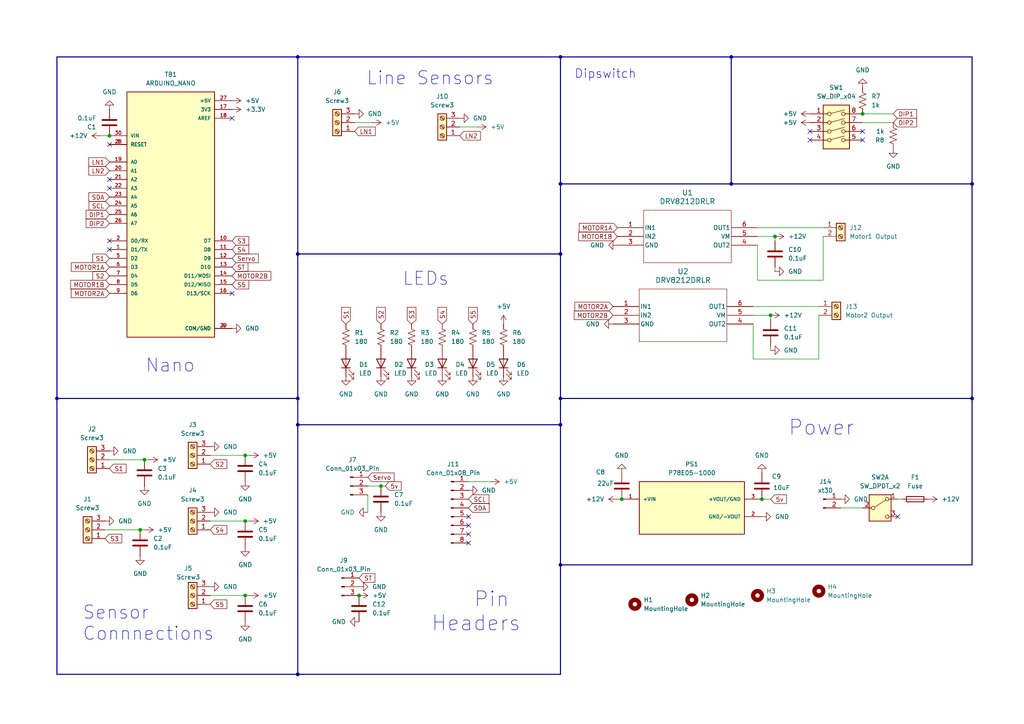
<source format=kicad_sch>
(kicad_sch (version 20231120) (generator "eeschema") (generator_version "8.0")
  (paper "A4")
  (lib_symbols
    (symbol "ARDUINO_NANO[1]:ARDUINO_NANO" (pin_names (offset 1.016))
      (property "Reference" "TB" (at -12.7 35.56 0))
      (property "Value" "ARDUINO_NANO" (at -12.7 -38.1 0))
      (symbol "ARDUINO_NANO_0_0"
        (pin bidirectional line (at -17.78 -10.16 0) (length 5.08) (name "D1/TX") (number "1"))
        (pin bidirectional line (at 17.78 -7.62 180) (length 5.08) (name "D7") (number "10"))
        (pin bidirectional line (at 17.78 -10.16 180) (length 5.08) (name "D8") (number "11"))
        (pin bidirectional line (at 17.78 -12.7 180) (length 5.08) (name "D9") (number "12"))
        (pin bidirectional line (at 17.78 -15.24 180) (length 5.08) (name "D10") (number "13"))
        (pin bidirectional line (at 17.78 -17.78 180) (length 5.08) (name "D11/MOSI") (number "14"))
        (pin bidirectional line (at 17.78 -20.32 180) (length 5.08) (name "D12/MISO") (number "15"))
        (pin bidirectional line (at 17.78 -22.86 180) (length 5.08) (name "D13/SCK") (number "16"))
        (pin power_in line (at 17.78 30.48 180) (length 5.08) (name "3V3") (number "17"))
        (pin power_in line (at 17.78 27.94 180) (length 5.08) (name "AREF") (number "18"))
        (pin input line (at -17.78 15.24 0) (length 5.08) (name "A0") (number "19"))
        (pin bidirectional line (at -17.78 -7.62 0) (length 5.08) (name "D0/RX") (number "2"))
        (pin input line (at -17.78 12.7 0) (length 5.08) (name "A1") (number "20"))
        (pin input line (at -17.78 10.16 0) (length 5.08) (name "A2") (number "21"))
        (pin input line (at -17.78 7.62 0) (length 5.08) (name "A3") (number "22"))
        (pin input line (at -17.78 5.08 0) (length 5.08) (name "A4") (number "23"))
        (pin input line (at -17.78 2.54 0) (length 5.08) (name "A5") (number "24"))
        (pin input line (at -17.78 0 0) (length 5.08) (name "A6") (number "25"))
        (pin input line (at -17.78 -2.54 0) (length 5.08) (name "A7") (number "26"))
        (pin power_in line (at 17.78 33.02 180) (length 5.08) (name "+5V") (number "27"))
        (pin input line (at -17.78 20.32 0) (length 5.08) (name "RESET") (number "28"))
        (pin power_in line (at 17.78 -33.02 180) (length 5.08) (name "COM/GND") (number "29"))
        (pin input line (at -17.78 20.32 0) (length 5.08) (name "RESET") (number "3"))
        (pin input line (at -17.78 22.86 0) (length 5.08) (name "VIN") (number "30"))
        (pin power_in line (at 17.78 -33.02 180) (length 5.08) (name "COM/GND") (number "4"))
        (pin bidirectional line (at -17.78 -12.7 0) (length 5.08) (name "D2") (number "5"))
        (pin bidirectional line (at -17.78 -15.24 0) (length 5.08) (name "D3") (number "6"))
        (pin bidirectional line (at -17.78 -17.78 0) (length 5.08) (name "D4") (number "7"))
        (pin bidirectional line (at -17.78 -20.32 0) (length 5.08) (name "D5") (number "8"))
        (pin bidirectional line (at -17.78 -22.86 0) (length 5.08) (name "D6") (number "9"))
      )
    )
    (symbol "Connector:Conn_01x02_Pin" (pin_names (offset 1.016) hide)
      (property "Reference" "J" (at 0 2.54 0))
      (property "Value" "Conn_01x02_Pin" (at 0 -5.08 0))
      (symbol "Conn_01x02_Pin_1_1"
        (pin passive line (at 5.08 0 180) (length 3.81) (name "Pin_1") (number "1"))
        (pin passive line (at 5.08 -2.54 180) (length 3.81) (name "Pin_2") (number "2"))
      )
    )
    (symbol "Connector:Conn_01x03_Pin" (pin_names (offset 1.016) hide)
      (property "Reference" "J" (at 0 5.08 0))
      (property "Value" "Conn_01x03_Pin" (at 0 -5.08 0))
      (symbol "Conn_01x03_Pin_1_1"
        (pin passive line (at 5.08 2.54 180) (length 3.81) (name "Pin_1") (number "1"))
        (pin passive line (at 5.08 0 180) (length 3.81) (name "Pin_2") (number "2"))
        (pin passive line (at 5.08 -2.54 180) (length 3.81) (name "Pin_3") (number "3"))
      )
    )
    (symbol "Connector:Conn_01x08_Pin" (pin_names (offset 1.016) hide)
      (property "Reference" "J" (at 0 10.16 0))
      (property "Value" "Conn_01x08_Pin" (at 0 -12.7 0))
      (symbol "Conn_01x08_Pin_1_1"
        (pin passive line (at 5.08 7.62 180) (length 3.81) (name "Pin_1") (number "1"))
        (pin passive line (at 5.08 5.08 180) (length 3.81) (name "Pin_2") (number "2"))
        (pin passive line (at 5.08 2.54 180) (length 3.81) (name "Pin_3") (number "3"))
        (pin passive line (at 5.08 0 180) (length 3.81) (name "Pin_4") (number "4"))
        (pin passive line (at 5.08 -2.54 180) (length 3.81) (name "Pin_5") (number "5"))
        (pin passive line (at 5.08 -5.08 180) (length 3.81) (name "Pin_6") (number "6"))
        (pin passive line (at 5.08 -7.62 180) (length 3.81) (name "Pin_7") (number "7"))
        (pin passive line (at 5.08 -10.16 180) (length 3.81) (name "Pin_8") (number "8"))
      )
    )
    (symbol "Connector:Screw_Terminal_01x02" (pin_names (offset 1.016) hide)
      (property "Reference" "J" (at 0 2.54 0))
      (property "Value" "Screw_Terminal_01x02" (at 0 -5.08 0))
      (symbol "Screw_Terminal_01x02_1_1"
        (pin passive line (at -5.08 0 0) (length 3.81) (name "Pin_1") (number "1"))
        (pin passive line (at -5.08 -2.54 0) (length 3.81) (name "Pin_2") (number "2"))
      )
    )
    (symbol "Connector:Screw_Terminal_01x03" (pin_names (offset 1.016) hide)
      (property "Reference" "J" (at 0 5.08 0))
      (property "Value" "Screw_Terminal_01x03" (at 0 -5.08 0))
      (symbol "Screw_Terminal_01x03_1_1"
        (pin passive line (at -5.08 2.54 0) (length 3.81) (name "Pin_1") (number "1"))
        (pin passive line (at -5.08 0 0) (length 3.81) (name "Pin_2") (number "2"))
        (pin passive line (at -5.08 -2.54 0) (length 3.81) (name "Pin_3") (number "3"))
      )
    )
    (symbol "Device:C" (pin_numbers hide) (pin_names (offset 0.254))
      (property "Reference" "C" (at 0.635 2.54 0))
      (property "Value" "C" (at 0.635 -2.54 0))
      (symbol "C_1_1"
        (pin passive line (at 0 3.81 270) (length 2.794) (name "~") (number "1"))
        (pin passive line (at 0 -3.81 90) (length 2.794) (name "~") (number "2"))
      )
    )
    (symbol "Device:Fuse" (pin_numbers hide) (pin_names (offset 0))
      (property "Reference" "F" (at 2.032 0 90))
      (property "Value" "Fuse" (at -1.905 0 90))
      (symbol "Fuse_1_1"
        (pin passive line (at 0 3.81 270) (length 1.27) (name "~") (number "1"))
        (pin passive line (at 0 -3.81 90) (length 1.27) (name "~") (number "2"))
      )
    )
    (symbol "Device:LED" (pin_numbers hide) (pin_names (offset 1.016) hide)
      (property "Reference" "D" (at 0 2.54 0))
      (property "Value" "LED" (at 0 -2.54 0))
      (symbol "LED_1_1"
        (pin passive line (at -3.81 0 0) (length 2.54) (name "K") (number "1"))
        (pin passive line (at 3.81 0 180) (length 2.54) (name "A") (number "2"))
      )
    )
    (symbol "Device:R_US" (pin_numbers hide) (pin_names (offset 0))
      (property "Reference" "R" (at 2.54 0 90))
      (property "Value" "R_US" (at -2.54 0 90))
      (symbol "R_US_1_1"
        (pin passive line (at 0 3.81 270) (length 1.27) (name "~") (number "1"))
        (pin passive line (at 0 -3.81 90) (length 1.27) (name "~") (number "2"))
      )
    )
    (symbol "Mechanical:MountingHole" (pin_names (offset 1.016)) (exclude_from_sim yes) (in_bom no)
      (property "Reference" "H" (at 0 5.08 0))
      (property "Value" "MountingHole" (at 0 3.175 0))
    )
    (symbol "P78E05-1000[1]:P78E05-1000" (pin_names (offset 1.016))
      (property "Reference" "PS" (at -15.24 7.62 0))
      (property "Value" "P78E05-1000" (at -15.24 -10.16 0))
      (symbol "P78E05-1000_0_0"
        (pin input line (at -20.32 2.54 0) (length 5.08) (name "+VIN") (number "1"))
        (pin power_in line (at 20.32 -2.54 180) (length 5.08) (name "GND/-VOUT") (number "2"))
        (pin power_in line (at 20.32 2.54 180) (length 5.08) (name "+VOUT/GND") (number "3"))
      )
    )
    (symbol "Switch:SW_DIP_x04" (pin_names (offset 0) hide)
      (property "Reference" "SW" (at 0 8.89 0))
      (property "Value" "SW_DIP_x04" (at 0 -6.35 0))
      (symbol "SW_DIP_x04_1_1"
        (pin passive line (at -7.62 5.08 0) (length 5.08) (name "~") (number "1"))
        (pin passive line (at -7.62 2.54 0) (length 5.08) (name "~") (number "2"))
        (pin passive line (at -7.62 0 0) (length 5.08) (name "~") (number "3"))
        (pin passive line (at -7.62 -2.54 0) (length 5.08) (name "~") (number "4"))
        (pin passive line (at 7.62 -2.54 180) (length 5.08) (name "~") (number "5"))
        (pin passive line (at 7.62 0 180) (length 5.08) (name "~") (number "6"))
        (pin passive line (at 7.62 2.54 180) (length 5.08) (name "~") (number "7"))
        (pin passive line (at 7.62 5.08 180) (length 5.08) (name "~") (number "8"))
      )
    )
    (symbol "Switch:SW_DPDT_x2" (pin_names (offset 0) hide)
      (property "Reference" "SW" (at 0 5.08 0))
      (property "Value" "SW_DPDT_x2" (at 0 -5.08 0))
      (symbol "SW_DPDT_x2_1_1"
        (pin passive line (at 5.08 2.54 180) (length 2.54) (name "A") (number "1"))
        (pin passive line (at -5.08 0 0) (length 2.54) (name "B") (number "2"))
        (pin passive line (at 5.08 -2.54 180) (length 2.54) (name "C") (number "3"))
      )
      (symbol "SW_DPDT_x2_2_1"
        (pin passive line (at 5.08 2.54 180) (length 2.54) (name "A") (number "4"))
        (pin passive line (at -5.08 0 0) (length 2.54) (name "B") (number "5"))
        (pin passive line (at 5.08 -2.54 180) (length 2.54) (name "C") (number "6"))
      )
    )
    (symbol "alex:DRV8212DRLR" (pin_names (offset 0.254))
      (property "Reference" "U" (at 20.32 10.16 0))
      (property "Value" "DRV8212DRLR" (at 20.32 7.62 0))
      (symbol "DRV8212DRLR_0_1"
        (pin input line (at 0 0 0) (length 7.62) (name "IN1") (number "1"))
        (pin input line (at 0 -2.54 0) (length 7.62) (name "IN2") (number "2"))
        (pin power_out line (at 0 -5.08 0) (length 7.62) (name "GND") (number "3"))
        (pin output line (at 40.64 -5.08 180) (length 7.62) (name "OUT2") (number "4"))
        (pin power_in line (at 40.64 -2.54 180) (length 7.62) (name "VM") (number "5"))
        (pin output line (at 40.64 0 180) (length 7.62) (name "OUT1") (number "6"))
      )
    )
    (symbol "power:+12V" (power) (pin_numbers hide) (pin_names (offset 0) hide)
      (property "Value" "+12V" (at 0 3.556 0))
      (symbol "+12V_1_1"
        (pin power_in line (at 0 0 90) (length 0) (name "~") (number "1"))
      )
    )
    (symbol "power:+3.3V" (power) (pin_numbers hide) (pin_names (offset 0) hide)
      (property "Value" "+3.3V" (at 0 3.556 0))
      (symbol "+3.3V_1_1"
        (pin power_in line (at 0 0 90) (length 0) (name "~") (number "1"))
      )
    )
    (symbol "power:+5V" (power) (pin_numbers hide) (pin_names (offset 0) hide)
      (property "Value" "+5V" (at 0 3.556 0))
      (symbol "+5V_1_1"
        (pin power_in line (at 0 0 90) (length 0) (name "~") (number "1"))
      )
    )
    (symbol "power:GND" (power) (pin_numbers hide) (pin_names (offset 0) hide)
      (property "Value" "GND" (at 0 -3.81 0))
      (symbol "GND_1_1"
        (pin power_in line (at 0 0 270) (length 0) (name "~") (number "1"))
      )
    )
  )
  (junction (at 86.36 73.66))
  (junction (at 71.12 132.08))
  (junction (at 40.64 153.67))
  (junction (at 162.56 53.34))
  (junction (at 31.75 39.37))
  (junction (at 16.51 115.57))
  (junction (at 86.36 123.19))
  (junction (at 71.12 172.72))
  (junction (at 281.94 53.34))
  (junction (at 162.56 115.57))
  (junction (at 180.34 144.78))
  (junction (at 86.36 115.57))
  (junction (at 162.56 73.66))
  (junction (at 250.19 33.02))
  (junction (at 162.56 163.83))
  (junction (at 281.94 115.57))
  (junction (at 162.56 123.19))
  (junction (at 71.12 151.13))
  (junction (at 223.52 91.44))
  (junction (at 86.36 16.51))
  (junction (at 224.79 68.58))
  (junction (at 104.14 172.72))
  (junction (at 212.09 16.51))
  (junction (at 41.91 133.35))
  (junction (at 86.36 195.58))
  (junction (at 212.09 53.34))
  (junction (at 162.56 16.51))
  (junction (at 220.98 144.78))
  (junction (at 110.49 140.97))
  (no_connect (at 31.75 41.91))
  (no_connect (at 250.19 38.1))
  (no_connect (at 260.35 149.86))
  (no_connect (at 234.95 38.1))
  (no_connect (at 234.95 40.64))
  (no_connect (at 250.19 40.64))
  (no_connect (at 135.89 157.48))
  (no_connect (at 135.89 154.94))
  (no_connect (at 31.75 69.85))
  (no_connect (at 67.31 34.29))
  (no_connect (at 31.75 72.39))
  (no_connect (at 135.89 149.86))
  (no_connect (at 67.31 85.09))
  (no_connect (at 135.89 152.4))
  (no_connect (at 31.75 54.61))
  (no_connect (at 31.75 52.07))
  (wire (pts (xy 218.44 104.14) (xy 218.44 93.98)))
  (bus (pts (xy 162.56 115.57) (xy 281.94 115.57)))
  (bus (pts (xy 86.36 195.58) (xy 86.36 123.19)))
  (bus (pts (xy 16.51 115.57) (xy 16.51 195.58)))
  (wire (pts (xy 218.44 88.9) (xy 237.49 88.9)))
  (wire (pts (xy 224.79 78.74) (xy 224.79 77.47)))
  (bus (pts (xy 16.51 115.57) (xy 86.36 115.57)))
  (wire (pts (xy 219.71 81.28) (xy 219.71 71.12)))
  (bus (pts (xy 212.09 53.34) (xy 162.56 53.34)))
  (wire (pts (xy 43.18 133.35) (xy 41.91 133.35)))
  (bus (pts (xy 86.36 123.19) (xy 162.56 123.19)))
  (wire (pts (xy 223.52 101.6) (xy 223.52 100.33)))
  (wire (pts (xy 71.12 151.13) (xy 60.96 151.13)))
  (bus (pts (xy 162.56 16.51) (xy 162.56 53.34)))
  (wire (pts (xy 179.07 144.78) (xy 180.34 144.78)))
  (wire (pts (xy 71.12 132.08) (xy 60.96 132.08)))
  (bus (pts (xy 281.94 16.51) (xy 281.94 53.34)))
  (bus (pts (xy 162.56 115.57) (xy 162.56 123.19)))
  (bus (pts (xy 162.56 53.34) (xy 162.56 73.66)))
  (bus (pts (xy 86.36 115.57) (xy 86.36 123.19)))
  (wire (pts (xy 219.71 81.28) (xy 238.76 81.28)))
  (wire (pts (xy 29.21 39.37) (xy 31.75 39.37)))
  (wire (pts (xy 237.49 104.14) (xy 237.49 91.44)))
  (bus (pts (xy 162.56 163.83) (xy 281.94 163.83)))
  (wire (pts (xy 40.64 153.67) (xy 30.48 153.67)))
  (bus (pts (xy 86.36 16.51) (xy 162.56 16.51)))
  (wire (pts (xy 238.76 81.28) (xy 238.76 68.58)))
  (bus (pts (xy 162.56 163.83) (xy 162.56 195.58)))
  (bus (pts (xy 162.56 123.19) (xy 162.56 163.83)))
  (wire (pts (xy 106.68 148.59) (xy 106.68 143.51)))
  (wire (pts (xy 41.91 153.67) (xy 40.64 153.67)))
  (wire (pts (xy 41.91 133.35) (xy 31.75 133.35)))
  (wire (pts (xy 224.79 68.58) (xy 219.71 68.58)))
  (bus (pts (xy 86.36 16.51) (xy 86.36 73.66)))
  (wire (pts (xy 133.35 36.83) (xy 138.43 36.83)))
  (wire (pts (xy 72.39 172.72) (xy 71.12 172.72)))
  (bus (pts (xy 281.94 115.57) (xy 281.94 163.83)))
  (wire (pts (xy 261.62 144.78) (xy 260.35 144.78)))
  (bus (pts (xy 86.36 16.51) (xy 16.51 16.51)))
  (wire (pts (xy 224.79 69.85) (xy 224.79 68.58)))
  (wire (pts (xy 243.84 147.32) (xy 250.19 147.32)))
  (wire (pts (xy 72.39 132.08) (xy 71.12 132.08)))
  (wire (pts (xy 72.39 151.13) (xy 71.12 151.13)))
  (wire (pts (xy 106.68 140.97) (xy 110.49 140.97)))
  (bus (pts (xy 281.94 53.34) (xy 281.94 115.57)))
  (bus (pts (xy 86.36 73.66) (xy 162.56 73.66)))
  (wire (pts (xy 71.12 172.72) (xy 60.96 172.72)))
  (bus (pts (xy 16.51 195.58) (xy 86.36 195.58)))
  (wire (pts (xy 110.49 140.97) (xy 111.76 140.97)))
  (wire (pts (xy 218.44 104.14) (xy 237.49 104.14)))
  (bus (pts (xy 86.36 73.66) (xy 86.36 115.57)))
  (wire (pts (xy 219.71 66.04) (xy 238.76 66.04)))
  (bus (pts (xy 212.09 53.34) (xy 281.94 53.34)))
  (wire (pts (xy 223.52 92.71) (xy 223.52 91.44)))
  (wire (pts (xy 223.52 144.78) (xy 220.98 144.78)))
  (bus (pts (xy 162.56 73.66) (xy 162.56 115.57)))
  (wire (pts (xy 250.19 35.56) (xy 259.08 35.56)))
  (wire (pts (xy 223.52 91.44) (xy 218.44 91.44)))
  (bus (pts (xy 16.51 16.51) (xy 16.51 115.57)))
  (bus (pts (xy 162.56 16.51) (xy 212.09 16.51)))
  (bus (pts (xy 212.09 16.51) (xy 281.94 16.51)))
  (bus (pts (xy 162.56 195.58) (xy 86.36 195.58)))
  (wire (pts (xy 142.24 139.7) (xy 135.89 139.7)))
  (bus (pts (xy 212.09 16.51) (xy 212.09 53.34)))
  (wire (pts (xy 259.08 33.02) (xy 250.19 33.02)))
  (wire (pts (xy 102.87 35.56) (xy 107.95 35.56)))
  (text "Nano\n" (at 56.642 103.886 0) (effects (font (size 3.81 3.81)) (justify right top)))
  (text "Line Sensors" (at 143.256 20.574 0) (effects (font (size 3.81 3.81)) (justify right top)))
  (text "LEDs\n" (at 130.302 78.74 0) (effects (font (size 3.81 3.81)) (justify right top)))
  (text "Dipswitch\n" (at 184.658 20.066 0) (effects (font (size 2.54 2.54)) (justify right top)))
  (text "Power\n" (at 247.904 121.666 0) (effects (font (size 4.318 4.318)) (justify right top)))
  (text "Pin \nHeaders" (at 151.13 171.45 0) (effects (font (size 4.318 4.318)) (justify right top)))
  (text "Sensor \nConnnections \n" (at 23.876 180.848 0) (effects (font (size 3.81 3.81)) (justify left)))
  (global_label "S5" (shape input) (at 137.16 93.98 90) (property "Intersheetrefs" "${INTERSHEET_REFS}" (effects (hide yes))))
  (global_label "SDA" (shape input) (at 135.89 147.32 0) (property "Intersheetrefs" "${INTERSHEET_REFS}" (effects (hide yes))))
  (global_label "MOTOR1A" (shape input) (at 179.07 66.04 180) (property "Intersheetrefs" "${INTERSHEET_REFS}" (effects (hide yes))))
  (global_label "MOTOR1B" (shape input) (at 179.07 68.58 180) (property "Intersheetrefs" "${INTERSHEET_REFS}" (effects (hide yes))))
  (global_label "SDA" (shape input) (at 31.75 57.15 180) (property "Intersheetrefs" "${INTERSHEET_REFS}" (effects (hide yes))))
  (global_label "DIP2" (shape input) (at 31.75 64.77 180) (property "Intersheetrefs" "${INTERSHEET_REFS}" (effects (hide yes))))
  (global_label "S3" (shape input) (at 67.31 69.85 0) (property "Intersheetrefs" "${INTERSHEET_REFS}" (effects (hide yes))))
  (global_label "S4" (shape input) (at 67.31 72.39 0) (property "Intersheetrefs" "${INTERSHEET_REFS}" (effects (hide yes))))
  (global_label "ST" (shape input) (at 104.14 167.64 0) (property "Intersheetrefs" "${INTERSHEET_REFS}" (effects (hide yes))))
  (global_label "MOTOR2A" (shape input) (at 177.8 88.9 180) (property "Intersheetrefs" "${INTERSHEET_REFS}" (effects (hide yes))))
  (global_label "DIP1" (shape input) (at 259.08 33.02 0) (property "Intersheetrefs" "${INTERSHEET_REFS}" (effects (hide yes))))
  (global_label "SCL" (shape input) (at 135.89 144.78 0) (property "Intersheetrefs" "${INTERSHEET_REFS}" (effects (hide yes))))
  (global_label "ST" (shape input) (at 67.31 77.47 0) (property "Intersheetrefs" "${INTERSHEET_REFS}" (effects (hide yes))))
  (global_label "LN2" (shape input) (at 31.75 49.53 180) (property "Intersheetrefs" "${INTERSHEET_REFS}" (effects (hide yes))))
  (global_label "S5" (shape input) (at 67.31 82.55 0) (property "Intersheetrefs" "${INTERSHEET_REFS}" (effects (hide yes))))
  (global_label "S1" (shape input) (at 100.33 93.98 90) (property "Intersheetrefs" "${INTERSHEET_REFS}" (effects (hide yes))))
  (global_label "DIP1" (shape input) (at 31.75 62.23 180) (property "Intersheetrefs" "${INTERSHEET_REFS}" (effects (hide yes))))
  (global_label "S3" (shape input) (at 119.38 93.98 90) (property "Intersheetrefs" "${INTERSHEET_REFS}" (effects (hide yes))))
  (global_label "DIP2" (shape input) (at 259.08 35.56 0) (property "Intersheetrefs" "${INTERSHEET_REFS}" (effects (hide yes))))
  (global_label "Servo" (shape input) (at 106.68 138.43 0) (property "Intersheetrefs" "${INTERSHEET_REFS}" (effects (hide yes))))
  (global_label "S4" (shape input) (at 60.96 153.67 0) (property "Intersheetrefs" "${INTERSHEET_REFS}" (effects (hide yes))))
  (global_label "LN1" (shape input) (at 31.75 46.99 180) (property "Intersheetrefs" "${INTERSHEET_REFS}" (effects (hide yes))))
  (global_label "MOTOR2B" (shape input) (at 177.8 91.44 180) (property "Intersheetrefs" "${INTERSHEET_REFS}" (effects (hide yes))))
  (global_label "Servo" (shape input) (at 67.31 74.93 0) (property "Intersheetrefs" "${INTERSHEET_REFS}" (effects (hide yes))))
  (global_label "5v" (shape input) (at 223.52 144.78 0) (property "Intersheetrefs" "${INTERSHEET_REFS}" (effects (hide yes))))
  (global_label "LN1" (shape input) (at 102.87 38.1 0) (property "Intersheetrefs" "${INTERSHEET_REFS}" (effects (hide yes))))
  (global_label "MOTOR2B" (shape input) (at 67.31 80.01 0) (property "Intersheetrefs" "${INTERSHEET_REFS}" (effects (hide yes))))
  (global_label "SCL" (shape input) (at 31.75 59.69 180) (property "Intersheetrefs" "${INTERSHEET_REFS}" (effects (hide yes))))
  (global_label "S2" (shape input) (at 60.96 134.62 0) (property "Intersheetrefs" "${INTERSHEET_REFS}" (effects (hide yes))))
  (global_label "S1" (shape input) (at 31.75 74.93 180) (property "Intersheetrefs" "${INTERSHEET_REFS}" (effects (hide yes))))
  (global_label "S2" (shape input) (at 110.49 93.98 90) (property "Intersheetrefs" "${INTERSHEET_REFS}" (effects (hide yes))))
  (global_label "S2" (shape input) (at 31.75 80.01 180) (property "Intersheetrefs" "${INTERSHEET_REFS}" (effects (hide yes))))
  (global_label "S5" (shape input) (at 60.96 175.26 0) (property "Intersheetrefs" "${INTERSHEET_REFS}" (effects (hide yes))))
  (global_label "S3" (shape input) (at 30.48 156.21 0) (property "Intersheetrefs" "${INTERSHEET_REFS}" (effects (hide yes))))
  (global_label "MOTOR1A" (shape input) (at 31.75 77.47 180) (property "Intersheetrefs" "${INTERSHEET_REFS}" (effects (hide yes))))
  (global_label "LN2" (shape input) (at 133.35 39.37 0) (property "Intersheetrefs" "${INTERSHEET_REFS}" (effects (hide yes))))
  (global_label "MOTOR1B" (shape input) (at 31.75 82.55 180) (property "Intersheetrefs" "${INTERSHEET_REFS}" (effects (hide yes))))
  (global_label "S1" (shape input) (at 31.75 135.89 0) (property "Intersheetrefs" "${INTERSHEET_REFS}" (effects (hide yes))))
  (global_label "MOTOR2A" (shape input) (at 31.75 85.09 180) (property "Intersheetrefs" "${INTERSHEET_REFS}" (effects (hide yes))))
  (global_label "S4" (shape input) (at 128.27 93.98 90) (property "Intersheetrefs" "${INTERSHEET_REFS}" (effects (hide yes))))
  (global_label "5v" (shape input) (at 111.76 140.97 0) (property "Intersheetrefs" "${INTERSHEET_REFS}" (effects (hide yes))))
  (symbol (lib_id "power:+5V") (at 43.18 133.35 270) (unit 1)
    (property "Reference" "#PWR08" (effects (hide yes)))
    (property "Value" "+5V" (at 46.99 133.3501 90) (effects (justify left)))
    (property "Description" "Power symbol creates a global label with name \"+5V\"" (effects (hide yes)))
  )
  (symbol (lib_id "Switch:SW_DIP_x04") (at 242.57 38.1 0) (unit 1)
    (property "Reference" "SW1" (at 242.57 25.4 0))
    (property "Value" "SW_DIP_x04" (at 242.57 27.94 0))
    (property "Footprint" "ZSKIBIDI:DIP8_210-4_CTS[1]" (effects (hide yes)))
    (property "Description" "4x DIP Switch, Single Pole Single Throw (SPST) switch, small symbol" (effects (hide yes)))
  )
  (symbol (lib_id "Device:R_US") (at 250.19 29.21 0) (unit 1)
    (property "Reference" "R7" (at 252.73 27.9399 0) (effects (justify left)))
    (property "Value" "1k" (at 252.73 30.4799 0) (effects (justify left)))
    (property "Footprint" "Resistor_SMD:R_0805_2012Metric" (effects (hide yes)))
    (property "Description" "Resistor, US symbol" (effects (hide yes)))
  )
  (symbol (lib_id "Device:C") (at 71.12 135.89 0) (unit 1)
    (property "Reference" "C4" (at 74.93 134.6199 0) (effects (justify left)))
    (property "Value" "0.1uF" (at 74.93 137.1599 0) (effects (justify left)))
    (property "Footprint" "Capacitor_SMD:C_0805_2012Metric" (effects (hide yes)))
    (property "Description" "Unpolarized capacitor" (effects (hide yes)))
  )
  (symbol (lib_id "power:GND") (at 102.87 33.02 90) (unit 1)
    (property "Reference" "#PWR022" (effects (hide yes)))
    (property "Value" "GND" (at 106.68 33.0201 90) (effects (justify right)))
    (property "Description" "Power symbol creates a global label with name \"GND\" , ground" (effects (hide yes)))
  )
  (symbol (lib_id "power:GND") (at 60.96 148.59 90) (unit 1)
    (property "Reference" "#PWR010" (effects (hide yes)))
    (property "Value" "GND" (at 64.77 148.5901 90) (effects (justify right)))
    (property "Description" "Power symbol creates a global label with name \"GND\" , ground" (effects (hide yes)))
  )
  (symbol (lib_id "power:GND") (at 106.68 148.59 270) (unit 1)
    (property "Reference" "#PWR023" (effects (hide yes)))
    (property "Value" "GND" (at 102.87 148.5899 90) (effects (justify right)))
    (property "Description" "Power symbol creates a global label with name \"GND\" , ground" (effects (hide yes)))
  )
  (symbol (lib_id "Device:LED") (at 128.27 105.41 90) (unit 1)
    (property "Reference" "D4" (at 132.08 105.7274 90) (effects (justify right)))
    (property "Value" "LED" (at 132.08 108.2674 90) (effects (justify right)))
    (property "Footprint" "LED_SMD:LED_1206_3216Metric" (effects (hide yes)))
    (property "Description" "Light emitting diode" (effects (hide yes)))
  )
  (symbol (lib_id "power:+12V") (at 269.24 144.78 270) (unit 1)
    (property "Reference" "#PWR055" (effects (hide yes)))
    (property "Value" "+12V" (at 273.05 144.7799 90) (effects (justify left)))
    (property "Description" "Power symbol creates a global label with name \"+12V\"" (effects (hide yes)))
  )
  (symbol (lib_id "Device:C") (at 220.98 140.97 180) (unit 1)
    (property "Reference" "C9" (at 226.568 138.176 0) (effects (justify left)))
    (property "Value" "10uF" (at 229.108 141.478 0) (effects (justify left)))
    (property "Footprint" "Capacitor_SMD:C_0805_2012Metric" (effects (hide yes)))
    (property "Description" "Unpolarized capacitor" (effects (hide yes)))
  )
  (symbol (lib_id "power:GND") (at 100.33 109.22 0) (unit 1)
    (property "Reference" "#PWR021" (effects (hide yes)))
    (property "Value" "GND" (at 100.33 114.3 0))
    (property "Description" "Power symbol creates a global label with name \"GND\" , ground" (effects (hide yes)))
  )
  (symbol (lib_id "ARDUINO_NANO[1]:ARDUINO_NANO") (at 49.53 62.23 0) (unit 1)
    (property "Reference" "TB1" (at 49.53 21.59 0))
    (property "Value" "ARDUINO_NANO" (at 49.53 24.13 0))
    (property "Footprint" "ZSKIBIDI:SHIELD_ARDUINO_NANO[1]" (effects (hide yes)))
    (property "MF" "Arduino" (effects (hide yes)))
    (property "Description_1" "\nSmall, complete, and breadboard-friendly board based on the ATmega328 (Arduino Nano 3.x)\n" (effects (hide yes)))
    (property "Package" "Non-Standard Arduino" (effects (hide yes)))
    (property "Price" "None" (effects (hide yes)))
    (property "Check_prices" "https://www.snapeda.com/parts/Arduino%20Nano/Arduino/view-part/?ref=eda" (effects (hide yes)))
    (property "STANDARD" "Manufacturer Recommendations" (effects (hide yes)))
    (property "SnapEDA_Link" "https://www.snapeda.com/parts/Arduino%20Nano/Arduino/view-part/?ref=snap" (effects (hide yes)))
    (property "MP" "Arduino Nano" (effects (hide yes)))
    (property "Availability" "In Stock" (effects (hide yes)))
    (property "MANUFACTURER" "ARDUINO" (effects (hide yes)))
  )
  (symbol (lib_id "Mechanical:MountingHole") (at 200.66 173.99 0) (unit 1) (exclude_from_sim yes) (in_bom no)
    (property "Reference" "H2" (at 203.2 172.7199 0) (effects (justify left)))
    (property "Value" "MountingHole" (at 203.2 175.2599 0) (effects (justify left)))
    (property "Footprint" "MountingHole:MountingHole_2.1mm" (effects (hide yes)))
    (property "Description" "Mounting Hole without connection" (effects (hide yes)))
  )
  (symbol (lib_id "alex:DRV8212DRLR") (at 177.8 88.9 0) (unit 1)
    (property "Reference" "U2" (at 198.12 78.74 0) (effects (font (size 1.524 1.524))))
    (property "Value" "DRV8212DRLR" (at 198.12 81.28 0) (effects (font (size 1.524 1.524))))
    (property "Footprint" "SOT6_DRV8212_TEX" (effects (hide yes)))
    (property "Datasheet" "DRV8212DRLR" (effects (hide yes)))
  )
  (symbol (lib_id "Connector:Screw_Terminal_01x03") (at 128.27 36.83 180) (unit 1)
    (property "Reference" "J10" (at 128.27 27.94 0))
    (property "Value" "Screw3" (at 128.27 30.48 0))
    (property "Footprint" "Connector_JST:JST_EH_B3B-EH-A_1x03_P2.50mm_Vertical" (effects (hide yes)))
    (property "Description" "Generic screw terminal, single row, 01x03, script generated (kicad-library-utils/schlib/autogen/connector/)" (effects (hide yes)))
  )
  (symbol (lib_id "Device:LED") (at 119.38 105.41 90) (unit 1)
    (property "Reference" "D3" (at 123.19 105.7274 90) (effects (justify right)))
    (property "Value" "LED" (at 123.19 108.2674 90) (effects (justify right)))
    (property "Footprint" "LED_SMD:LED_1206_3216Metric" (effects (hide yes)))
    (property "Description" "Light emitting diode" (effects (hide yes)))
  )
  (symbol (lib_id "power:GND") (at 60.96 170.18 90) (unit 1)
    (property "Reference" "#PWR011" (effects (hide yes)))
    (property "Value" "GND" (at 64.77 170.1801 90) (effects (justify right)))
    (property "Description" "Power symbol creates a global label with name \"GND\" , ground" (effects (hide yes)))
  )
  (symbol (lib_id "Device:C") (at 104.14 176.53 0) (unit 1)
    (property "Reference" "C12" (at 107.95 175.2599 0) (effects (justify left)))
    (property "Value" "0.1uF" (at 107.95 177.7999 0) (effects (justify left)))
    (property "Footprint" "Capacitor_SMD:C_0805_2012Metric" (effects (hide yes)))
    (property "Description" "Unpolarized capacitor" (effects (hide yes)))
  )
  (symbol (lib_id "power:GND") (at 60.96 129.54 90) (unit 1)
    (property "Reference" "#PWR09" (effects (hide yes)))
    (property "Value" "GND" (at 64.77 129.5401 90) (effects (justify right)))
    (property "Description" "Power symbol creates a global label with name \"GND\" , ground" (effects (hide yes)))
  )
  (symbol (lib_id "Connector:Conn_01x02_Pin") (at 238.76 144.78 0) (unit 1)
    (property "Reference" "J14" (at 239.395 139.7 0))
    (property "Value" "xt30" (at 239.395 142.24 0))
    (property "Footprint" "Connector_AMASS:AMASS_XT30U-F_1x02_P5.0mm_Vertical" (effects (hide yes)))
    (property "Description" "Generic connector, single row, 01x02, script generated" (effects (hide yes)))
  )
  (symbol (lib_id "power:GND") (at 128.27 109.22 0) (unit 1)
    (property "Reference" "#PWR032" (effects (hide yes)))
    (property "Value" "GND" (at 128.27 114.3 0))
    (property "Description" "Power symbol creates a global label with name \"GND\" , ground" (effects (hide yes)))
  )
  (symbol (lib_id "power:GND") (at 135.89 142.24 90) (unit 1)
    (property "Reference" "#PWR034" (effects (hide yes)))
    (property "Value" "GND" (at 139.7 142.2399 90) (effects (justify right)))
    (property "Description" "Power symbol creates a global label with name \"GND\" , ground" (effects (hide yes)))
  )
  (symbol (lib_id "Connector:Screw_Terminal_01x02") (at 242.57 88.9 0) (unit 1)
    (property "Reference" "J13" (at 245.11 88.8999 0) (effects (justify left)))
    (property "Value" "Motor2 Output" (at 245.11 91.4399 0) (effects (justify left)))
    (property "Footprint" "Connector_PinHeader_2.54mm:PinHeader_1x02_P2.54mm_Vertical" (effects (hide yes)))
    (property "Description" "Generic screw terminal, single row, 01x02, script generated (kicad-library-utils/schlib/autogen/connector/)" (effects (hide yes)))
  )
  (symbol (lib_id "Device:C") (at 40.64 157.48 0) (unit 1)
    (property "Reference" "C2" (at 44.45 156.2099 0) (effects (justify left)))
    (property "Value" "0.1uF" (at 44.45 158.7499 0) (effects (justify left)))
    (property "Footprint" "Capacitor_SMD:C_0805_2012Metric" (effects (hide yes)))
    (property "Description" "Unpolarized capacitor" (effects (hide yes)))
  )
  (symbol (lib_id "Device:R_US") (at 110.49 97.79 0) (unit 1)
    (property "Reference" "R2" (at 113.03 96.5199 0) (effects (justify left)))
    (property "Value" "180" (at 113.03 99.0599 0) (effects (justify left)))
    (property "Footprint" "Resistor_SMD:R_0805_2012Metric" (effects (hide yes)))
    (property "Description" "Resistor, US symbol" (effects (hide yes)))
  )
  (symbol (lib_id "power:GND") (at 110.49 109.22 0) (unit 1)
    (property "Reference" "#PWR029" (effects (hide yes)))
    (property "Value" "GND" (at 110.49 114.3 0))
    (property "Description" "Power symbol creates a global label with name \"GND\" , ground" (effects (hide yes)))
  )
  (symbol (lib_id "power:+5V") (at 41.91 153.67 270) (unit 1)
    (property "Reference" "#PWR07" (effects (hide yes)))
    (property "Value" "+5V" (at 45.72 153.6701 90) (effects (justify left)))
    (property "Description" "Power symbol creates a global label with name \"+5V\"" (effects (hide yes)))
  )
  (symbol (lib_id "power:GND") (at 250.19 25.4 180) (unit 1)
    (property "Reference" "#PWR049" (effects (hide yes)))
    (property "Value" "GND" (at 250.19 20.32 0))
    (property "Description" "Power symbol creates a global label with name \"GND\" , ground" (effects (hide yes)))
  )
  (symbol (lib_id "Device:LED") (at 100.33 105.41 90) (unit 1)
    (property "Reference" "D1" (at 104.14 105.7274 90) (effects (justify right)))
    (property "Value" "LED" (at 104.14 108.2674 90) (effects (justify right)))
    (property "Footprint" "LED_SMD:LED_1206_3216Metric" (effects (hide yes)))
    (property "Description" "Light emitting diode" (effects (hide yes)))
  )
  (symbol (lib_id "power:+5V") (at 234.95 35.56 90) (unit 1)
    (property "Reference" "#PWR048" (effects (hide yes)))
    (property "Value" "+5V" (at 231.14 35.5599 90) (effects (justify left)))
    (property "Description" "Power symbol creates a global label with name \"+5V\"" (effects (hide yes)))
  )
  (symbol (lib_id "P78E05-1000[1]:P78E05-1000") (at 200.66 147.32 0) (unit 1)
    (property "Reference" "PS1" (at 200.66 134.62 0))
    (property "Value" "P78E05-1000" (at 200.66 137.16 0))
    (property "Footprint" "ZSKIBIDI:5vCOnv" (effects (hide yes)))
    (property "STANDARD" "Manufacturer Recommendations" (effects (hide yes)))
    (property "MANUFACTURER" "CUI Inc" (effects (hide yes)))
  )
  (symbol (lib_id "power:GND") (at 41.91 140.97 0) (unit 1)
    (property "Reference" "#PWR06" (effects (hide yes)))
    (property "Value" "GND" (at 41.91 146.05 0))
    (property "Description" "Power symbol creates a global label with name \"GND\" , ground" (effects (hide yes)))
  )
  (symbol (lib_id "power:GND") (at 177.8 93.98 270) (unit 1)
    (property "Reference" "#PWR052" (effects (hide yes)))
    (property "Value" "GND" (at 173.99 93.9799 90) (effects (justify right)))
    (property "Description" "Power symbol creates a global label with name \"GND\" , ground" (effects (hide yes)))
  )
  (symbol (lib_id "Connector:Screw_Terminal_01x03") (at 25.4 153.67 180) (unit 1)
    (property "Reference" "J1" (at 25.4 144.78 0))
    (property "Value" "Screw3" (at 25.4 147.32 0))
    (property "Footprint" "Connector_JST:JST_EH_B3B-EH-A_1x03_P2.50mm_Vertical" (effects (hide yes)))
    (property "Description" "Generic screw terminal, single row, 01x03, script generated (kicad-library-utils/schlib/autogen/connector/)" (effects (hide yes)))
  )
  (symbol (lib_id "Device:C") (at 224.79 73.66 0) (unit 1)
    (property "Reference" "C10" (at 228.6 72.3899 0) (effects (justify left)))
    (property "Value" "0.1uF" (at 228.6 74.9299 0) (effects (justify left)))
    (property "Footprint" "Capacitor_SMD:C_0805_2012Metric" (effects (hide yes)))
    (property "Description" "Unpolarized capacitor" (effects (hide yes)))
  )
  (symbol (lib_id "Device:LED") (at 146.05 105.41 90) (unit 1)
    (property "Reference" "D6" (at 149.86 105.7274 90) (effects (justify right)))
    (property "Value" "LED" (at 149.86 108.2674 90) (effects (justify right)))
    (property "Footprint" "LED_SMD:LED_1206_3216Metric" (effects (hide yes)))
    (property "Description" "Light emitting diode" (effects (hide yes)))
  )
  (symbol (lib_id "power:+5V") (at 107.95 35.56 270) (unit 1)
    (property "Reference" "#PWR028" (effects (hide yes)))
    (property "Value" "+5V" (at 111.76 35.5599 90) (effects (justify left)))
    (property "Description" "Power symbol creates a global label with name \"+5V\"" (effects (hide yes)))
  )
  (symbol (lib_id "Device:C") (at 41.91 137.16 0) (unit 1)
    (property "Reference" "C3" (at 45.72 135.8899 0) (effects (justify left)))
    (property "Value" "0.1uF" (at 45.72 138.4299 0) (effects (justify left)))
    (property "Footprint" "Capacitor_SMD:C_0805_2012Metric" (effects (hide yes)))
    (property "Description" "Unpolarized capacitor" (effects (hide yes)))
  )
  (symbol (lib_id "power:GND") (at 146.05 109.22 0) (unit 1)
    (property "Reference" "#PWR039" (effects (hide yes)))
    (property "Value" "GND" (at 146.05 114.3 0))
    (property "Description" "Power symbol creates a global label with name \"GND\" , ground" (effects (hide yes)))
  )
  (symbol (lib_id "Connector:Screw_Terminal_01x03") (at 97.79 35.56 180) (unit 1)
    (property "Reference" "J6" (at 97.79 26.67 0))
    (property "Value" "Screw3" (at 97.79 29.21 0))
    (property "Footprint" "Connector_JST:JST_EH_B3B-EH-A_1x03_P2.50mm_Vertical" (effects (hide yes)))
    (property "Description" "Generic screw terminal, single row, 01x03, script generated (kicad-library-utils/schlib/autogen/connector/)" (effects (hide yes)))
  )
  (symbol (lib_id "power:GND") (at 137.16 109.22 0) (unit 1)
    (property "Reference" "#PWR035" (effects (hide yes)))
    (property "Value" "GND" (at 137.16 114.3 0))
    (property "Description" "Power symbol creates a global label with name \"GND\" , ground" (effects (hide yes)))
  )
  (symbol (lib_id "power:+12V") (at 223.52 91.44 270) (unit 1)
    (property "Reference" "#PWR053" (effects (hide yes)))
    (property "Value" "+12V" (at 227.33 91.4399 90) (effects (justify left)))
    (property "Description" "Power symbol creates a global label with name \"+12V\"" (effects (hide yes)))
  )
  (symbol (lib_id "power:+5V") (at 72.39 132.08 270) (unit 1)
    (property "Reference" "#PWR018" (effects (hide yes)))
    (property "Value" "+5V" (at 76.2 132.0801 90) (effects (justify left)))
    (property "Description" "Power symbol creates a global label with name \"+5V\"" (effects (hide yes)))
  )
  (symbol (lib_id "Device:LED") (at 110.49 105.41 90) (unit 1)
    (property "Reference" "D2" (at 114.3 105.7274 90) (effects (justify right)))
    (property "Value" "LED" (at 114.3 108.2674 90) (effects (justify right)))
    (property "Footprint" "LED_SMD:LED_1206_3216Metric" (effects (hide yes)))
    (property "Description" "Light emitting diode" (effects (hide yes)))
  )
  (symbol (lib_id "Device:Fuse") (at 265.43 144.78 90) (unit 1)
    (property "Reference" "F1" (at 265.43 138.43 90))
    (property "Value" "Fuse" (at 265.43 140.97 90))
    (property "Footprint" "Fuse:Fuse_1206_3216Metric" (effects (hide yes)))
    (property "Description" "Fuse" (effects (hide yes)))
  )
  (symbol (lib_id "power:GND") (at 224.79 78.74 90) (unit 1)
    (property "Reference" "#PWR044" (effects (hide yes)))
    (property "Value" "GND" (at 228.6 78.7399 90) (effects (justify right)))
    (property "Description" "Power symbol creates a global label with name \"GND\" , ground" (effects (hide yes)))
  )
  (symbol (lib_id "Connector:Conn_01x03_Pin") (at 101.6 140.97 0) (unit 1)
    (property "Reference" "J7" (at 102.235 133.35 0))
    (property "Value" "Conn_01x03_Pin" (at 102.235 135.89 0))
    (property "Footprint" "Connector_PinHeader_2.54mm:PinHeader_1x03_P2.54mm_Vertical" (effects (hide yes)))
    (property "Description" "Generic connector, single row, 01x03, script generated" (effects (hide yes)))
  )
  (symbol (lib_id "power:GND") (at 243.84 144.78 90) (unit 1)
    (property "Reference" "#PWR050" (effects (hide yes)))
    (property "Value" "GND" (at 247.65 144.7799 90) (effects (justify right)))
    (property "Description" "Power symbol creates a global label with name \"GND\" , ground" (effects (hide yes)))
  )
  (symbol (lib_id "Device:C") (at 71.12 154.94 0) (unit 1)
    (property "Reference" "C5" (at 74.93 153.6699 0) (effects (justify left)))
    (property "Value" "0.1uF" (at 74.93 156.2099 0) (effects (justify left)))
    (property "Footprint" "Capacitor_SMD:C_0805_2012Metric" (effects (hide yes)))
    (property "Description" "Unpolarized capacitor" (effects (hide yes)))
  )
  (symbol (lib_id "power:GND") (at 30.48 151.13 90) (unit 1)
    (property "Reference" "#PWR02" (effects (hide yes)))
    (property "Value" "GND" (at 34.29 151.1301 90) (effects (justify right)))
    (property "Description" "Power symbol creates a global label with name \"GND\" , ground" (effects (hide yes)))
  )
  (symbol (lib_id "power:+5V") (at 72.39 151.13 270) (unit 1)
    (property "Reference" "#PWR019" (effects (hide yes)))
    (property "Value" "+5V" (at 76.2 151.1301 90) (effects (justify left)))
    (property "Description" "Power symbol creates a global label with name \"+5V\"" (effects (hide yes)))
  )
  (symbol (lib_id "power:+5V") (at 146.05 93.98 0) (unit 1)
    (property "Reference" "#PWR038" (effects (hide yes)))
    (property "Value" "+5V" (at 146.05 88.9 0))
    (property "Description" "Power symbol creates a global label with name \"+5V\"" (effects (hide yes)))
  )
  (symbol (lib_id "power:GND") (at 31.75 130.81 90) (unit 1)
    (property "Reference" "#PWR04" (effects (hide yes)))
    (property "Value" "GND" (at 35.56 130.8101 90) (effects (justify right)))
    (property "Description" "Power symbol creates a global label with name \"GND\" , ground" (effects (hide yes)))
  )
  (symbol (lib_id "power:GND") (at 180.34 137.16 180) (unit 1)
    (property "Reference" "#PWR041" (effects (hide yes)))
    (property "Value" "GND" (at 180.34 132.08 0))
    (property "Description" "Power symbol creates a global label with name \"GND\" , ground" (effects (hide yes)))
  )
  (symbol (lib_id "Device:R_US") (at 137.16 97.79 0) (unit 1)
    (property "Reference" "R5" (at 139.7 96.5199 0) (effects (justify left)))
    (property "Value" "180" (at 139.7 99.0599 0) (effects (justify left)))
    (property "Footprint" "Resistor_SMD:R_0805_2012Metric" (effects (hide yes)))
    (property "Description" "Resistor, US symbol" (effects (hide yes)))
  )
  (symbol (lib_id "Device:C") (at 71.12 176.53 0) (unit 1)
    (property "Reference" "C6" (at 74.93 175.2599 0) (effects (justify left)))
    (property "Value" "0.1uF" (at 74.93 177.7999 0) (effects (justify left)))
    (property "Footprint" "Capacitor_SMD:C_0805_2012Metric" (effects (hide yes)))
    (property "Description" "Unpolarized capacitor" (effects (hide yes)))
  )
  (symbol (lib_id "Connector:Screw_Terminal_01x03") (at 26.67 133.35 180) (unit 1)
    (property "Reference" "J2" (at 26.67 124.46 0))
    (property "Value" "Screw3" (at 26.67 127 0))
    (property "Footprint" "Connector_JST:JST_EH_B3B-EH-A_1x03_P2.50mm_Vertical" (effects (hide yes)))
    (property "Description" "Generic screw terminal, single row, 01x03, script generated (kicad-library-utils/schlib/autogen/connector/)" (effects (hide yes)))
  )
  (symbol (lib_id "power:+5V") (at 72.39 172.72 270) (unit 1)
    (property "Reference" "#PWR020" (effects (hide yes)))
    (property "Value" "+5V" (at 76.2 172.7201 90) (effects (justify left)))
    (property "Description" "Power symbol creates a global label with name \"+5V\"" (effects (hide yes)))
  )
  (symbol (lib_id "power:GND") (at 220.98 149.86 90) (unit 1)
    (property "Reference" "#PWR046" (effects (hide yes)))
    (property "Value" "GND" (at 224.79 149.8599 90) (effects (justify right)))
    (property "Description" "Power symbol creates a global label with name \"GND\" , ground" (effects (hide yes)))
  )
  (symbol (lib_id "power:GND") (at 179.07 71.12 270) (unit 1)
    (property "Reference" "#PWR043" (effects (hide yes)))
    (property "Value" "GND" (at 175.26 71.1199 90) (effects (justify right)))
    (property "Description" "Power symbol creates a global label with name \"GND\" , ground" (effects (hide yes)))
  )
  (symbol (lib_id "power:+5V") (at 142.24 139.7 270) (unit 1)
    (property "Reference" "#PWR037" (effects (hide yes)))
    (property "Value" "+5V" (at 146.05 139.6999 90) (effects (justify left)))
    (property "Description" "Power symbol creates a global label with name \"+5V\"" (effects (hide yes)))
  )
  (symbol (lib_id "power:GND") (at 223.52 101.6 90) (unit 1)
    (property "Reference" "#PWR054" (effects (hide yes)))
    (property "Value" "GND" (at 227.33 101.5999 90) (effects (justify right)))
    (property "Description" "Power symbol creates a global label with name \"GND\" , ground" (effects (hide yes)))
  )
  (symbol (lib_id "power:GND") (at 40.64 161.29 0) (unit 1)
    (property "Reference" "#PWR05" (effects (hide yes)))
    (property "Value" "GND" (at 40.64 166.37 0))
    (property "Description" "Power symbol creates a global label with name \"GND\" , ground" (effects (hide yes)))
  )
  (symbol (lib_id "power:GND") (at 104.14 170.18 90) (unit 1)
    (property "Reference" "#PWR026" (effects (hide yes)))
    (property "Value" "GND" (at 107.95 170.1799 90) (effects (justify right)))
    (property "Description" "Power symbol creates a global label with name \"GND\" , ground" (effects (hide yes)))
  )
  (symbol (lib_id "Mechanical:MountingHole") (at 219.71 172.72 0) (unit 1) (exclude_from_sim yes) (in_bom no)
    (property "Reference" "H3" (at 222.25 171.4499 0) (effects (justify left)))
    (property "Value" "MountingHole" (at 222.25 173.9899 0) (effects (justify left)))
    (property "Footprint" "MountingHole:MountingHole_2.1mm" (effects (hide yes)))
    (property "Description" "Mounting Hole without connection" (effects (hide yes)))
  )
  (symbol (lib_id "Device:R_US") (at 128.27 97.79 0) (unit 1)
    (property "Reference" "R4" (at 130.81 96.5199 0) (effects (justify left)))
    (property "Value" "180" (at 130.81 99.0599 0) (effects (justify left)))
    (property "Footprint" "Resistor_SMD:R_0805_2012Metric" (effects (hide yes)))
    (property "Description" "Resistor, US symbol" (effects (hide yes)))
  )
  (symbol (lib_id "Connector:Screw_Terminal_01x02") (at 243.84 66.04 0) (unit 1)
    (property "Reference" "J12" (at 246.38 66.0399 0) (effects (justify left)))
    (property "Value" "Motor1 Output" (at 246.38 68.5799 0) (effects (justify left)))
    (property "Footprint" "Connector_PinHeader_2.54mm:PinHeader_1x02_P2.54mm_Vertical" (effects (hide yes)))
    (property "Description" "Generic screw terminal, single row, 01x02, script generated (kicad-library-utils/schlib/autogen/connector/)" (effects (hide yes)))
  )
  (symbol (lib_id "power:+12V") (at 224.79 68.58 270) (unit 1)
    (property "Reference" "#PWR042" (effects (hide yes)))
    (property "Value" "+12V" (at 228.6 68.5799 90) (effects (justify left)))
    (property "Description" "Power symbol creates a global label with name \"+12V\"" (effects (hide yes)))
  )
  (symbol (lib_id "power:+5V") (at 104.14 172.72 270) (unit 1)
    (property "Reference" "#PWR027" (effects (hide yes)))
    (property "Value" "+5V" (at 107.95 172.7201 90) (effects (justify left)))
    (property "Description" "Power symbol creates a global label with name \"+5V\"" (effects (hide yes)))
  )
  (symbol (lib_id "power:+5V") (at 234.95 33.02 90) (unit 1)
    (property "Reference" "#PWR047" (effects (hide yes)))
    (property "Value" "+5V" (at 231.14 33.0199 90) (effects (justify left)))
    (property "Description" "Power symbol creates a global label with name \"+5V\"" (effects (hide yes)))
  )
  (symbol (lib_id "Device:LED") (at 137.16 105.41 90) (unit 1)
    (property "Reference" "D5" (at 140.97 105.7274 90) (effects (justify right)))
    (property "Value" "LED" (at 140.97 108.2674 90) (effects (justify right)))
    (property "Footprint" "LED_SMD:LED_1206_3216Metric" (effects (hide yes)))
    (property "Description" "Light emitting diode" (effects (hide yes)))
  )
  (symbol (lib_id "power:GND") (at 110.49 148.59 0) (unit 1)
    (property "Reference" "#PWR030" (effects (hide yes)))
    (property "Value" "GND" (at 110.49 153.67 0))
    (property "Description" "Power symbol creates a global label with name \"GND\" , ground" (effects (hide yes)))
  )
  (symbol (lib_id "Connector:Screw_Terminal_01x03") (at 55.88 172.72 180) (unit 1)
    (property "Reference" "J5" (at 54.61 164.846 0))
    (property "Value" "Screw3" (at 54.61 167.386 0))
    (property "Footprint" "Connector_JST:JST_EH_B3B-EH-A_1x03_P2.50mm_Vertical" (effects (hide yes)))
    (property "Description" "Generic screw terminal, single row, 01x03, script generated (kicad-library-utils/schlib/autogen/connector/)" (effects (hide yes)))
  )
  (symbol (lib_id "power:GND") (at 67.31 95.25 90) (unit 1)
    (property "Reference" "#PWR014" (effects (hide yes)))
    (property "Value" "GND" (at 71.12 95.2499 90) (effects (justify right)))
    (property "Description" "Power symbol creates a global label with name \"GND\" , ground" (effects (hide yes)))
  )
  (symbol (lib_id "Connector:Conn_01x03_Pin") (at 99.06 170.18 0) (unit 1)
    (property "Reference" "J9" (at 99.695 162.56 0))
    (property "Value" "Conn_01x03_Pin" (at 99.695 165.1 0))
    (property "Footprint" "Connector_PinHeader_2.54mm:PinHeader_1x03_P2.54mm_Vertical" (effects (hide yes)))
    (property "Description" "Generic connector, single row, 01x03, script generated" (effects (hide yes)))
  )
  (symbol (lib_id "power:GND") (at 133.35 34.29 90) (unit 1)
    (property "Reference" "#PWR033" (effects (hide yes)))
    (property "Value" "GND" (at 137.16 34.2901 90) (effects (justify right)))
    (property "Description" "Power symbol creates a global label with name \"GND\" , ground" (effects (hide yes)))
  )
  (symbol (lib_id "power:GND") (at 71.12 158.75 0) (unit 1)
    (property "Reference" "#PWR016" (effects (hide yes)))
    (property "Value" "GND" (at 71.12 163.83 0))
    (property "Description" "Power symbol creates a global label with name \"GND\" , ground" (effects (hide yes)))
  )
  (symbol (lib_id "power:GND") (at 71.12 139.7 0) (unit 1)
    (property "Reference" "#PWR015" (effects (hide yes)))
    (property "Value" "GND" (at 71.12 144.78 0))
    (property "Description" "Power symbol creates a global label with name \"GND\" , ground" (effects (hide yes)))
  )
  (symbol (lib_id "Switch:SW_DPDT_x2") (at 255.27 147.32 0) (unit 1)
    (property "Reference" "SW2" (at 255.27 138.43 0))
    (property "Value" "SW_DPDT_x2" (at 255.27 140.97 0))
    (property "Footprint" "ZSKIBIDI:switch" (effects (hide yes)))
    (property "Description" "Switch, dual pole double throw, separate symbols" (effects (hide yes)))
  )
  (symbol (lib_id "Connector:Screw_Terminal_01x03") (at 55.88 132.08 180) (unit 1)
    (property "Reference" "J3" (at 55.88 123.19 0))
    (property "Value" "Screw3" (at 55.88 125.73 0))
    (property "Footprint" "Connector_JST:JST_EH_B3B-EH-A_1x03_P2.50mm_Vertical" (effects (hide yes)))
    (property "Description" "Generic screw terminal, single row, 01x03, script generated (kicad-library-utils/schlib/autogen/connector/)" (effects (hide yes)))
  )
  (symbol (lib_id "power:GND") (at 119.38 109.22 0) (unit 1)
    (property "Reference" "#PWR031" (effects (hide yes)))
    (property "Value" "GND" (at 119.38 114.3 0))
    (property "Description" "Power symbol creates a global label with name \"GND\" , ground" (effects (hide yes)))
  )
  (symbol (lib_id "Device:R_US") (at 119.38 97.79 0) (unit 1)
    (property "Reference" "R3" (at 121.92 96.5199 0) (effects (justify left)))
    (property "Value" "180" (at 121.92 99.0599 0) (effects (justify left)))
    (property "Footprint" "Resistor_SMD:R_0805_2012Metric" (effects (hide yes)))
    (property "Description" "Resistor, US symbol" (effects (hide yes)))
  )
  (symbol (lib_id "Device:R_US") (at 100.33 97.79 0) (unit 1)
    (property "Reference" "R1" (at 102.87 96.5199 0) (effects (justify left)))
    (property "Value" "180" (at 102.87 99.0599 0) (effects (justify left)))
    (property "Footprint" "Resistor_SMD:R_0805_2012Metric" (effects (hide yes)))
    (property "Description" "Resistor, US symbol" (effects (hide yes)))
  )
  (symbol (lib_id "Mechanical:MountingHole") (at 237.49 171.45 0) (unit 1) (exclude_from_sim yes) (in_bom no)
    (property "Reference" "H4" (at 240.03 170.1799 0) (effects (justify left)))
    (property "Value" "MountingHole" (at 240.03 172.7199 0) (effects (justify left)))
    (property "Footprint" "MountingHole:MountingHole_2.1mm" (effects (hide yes)))
    (property "Description" "Mounting Hole without connection" (effects (hide yes)))
  )
  (symbol (lib_id "Device:C") (at 223.52 96.52 0) (unit 1)
    (property "Reference" "C11" (at 227.33 95.2499 0) (effects (justify left)))
    (property "Value" "0.1uF" (at 227.33 97.7899 0) (effects (justify left)))
    (property "Footprint" "Capacitor_SMD:C_0805_2012Metric" (effects (hide yes)))
    (property "Description" "Unpolarized capacitor" (effects (hide yes)))
  )
  (symbol (lib_id "power:+5V") (at 67.31 29.21 270) (unit 1)
    (property "Reference" "#PWR012" (effects (hide yes)))
    (property "Value" "+5V" (at 71.12 29.2099 90) (effects (justify left)))
    (property "Description" "Power symbol creates a global label with name \"+5V\"" (effects (hide yes)))
  )
  (symbol (lib_id "power:+12V") (at 29.21 39.37 90) (unit 1)
    (property "Reference" "#PWR01" (effects (hide yes)))
    (property "Value" "+12V" (at 25.4 39.3699 90) (effects (justify left)))
    (property "Description" "Power symbol creates a global label with name \"+12V\"" (effects (hide yes)))
  )
  (symbol (lib_id "power:GND") (at 31.75 31.75 180) (unit 1)
    (property "Reference" "#PWR03" (effects (hide yes)))
    (property "Value" "GND" (at 31.75 26.67 0))
    (property "Description" "Power symbol creates a global label with name \"GND\" , ground" (effects (hide yes)))
  )
  (symbol (lib_id "power:GND") (at 71.12 180.34 0) (unit 1)
    (property "Reference" "#PWR017" (effects (hide yes)))
    (property "Value" "GND" (at 71.12 185.42 0))
    (property "Description" "Power symbol creates a global label with name \"GND\" , ground" (effects (hide yes)))
  )
  (symbol (lib_id "power:+5V") (at 138.43 36.83 270) (unit 1)
    (property "Reference" "#PWR036" (effects (hide yes)))
    (property "Value" "+5V" (at 142.24 36.8299 90) (effects (justify left)))
    (property "Description" "Power symbol creates a global label with name \"+5V\"" (effects (hide yes)))
  )
  (symbol (lib_id "power:GND") (at 220.98 137.16 180) (unit 1)
    (property "Reference" "#PWR045" (effects (hide yes)))
    (property "Value" "GND" (at 220.98 132.08 0))
    (property "Description" "Power symbol creates a global label with name \"GND\" , ground" (effects (hide yes)))
  )
  (symbol (lib_id "Device:R_US") (at 146.05 97.79 0) (unit 1)
    (property "Reference" "R6" (at 148.59 96.5199 0) (effects (justify left)))
    (property "Value" "180" (at 148.59 99.0599 0) (effects (justify left)))
    (property "Footprint" "Resistor_SMD:R_0805_2012Metric" (effects (hide yes)))
    (property "Description" "Resistor, US symbol" (effects (hide yes)))
  )
  (symbol (lib_id "power:+3.3V") (at 67.31 31.75 270) (unit 1)
    (property "Reference" "#PWR013" (effects (hide yes)))
    (property "Value" "+3.3V" (at 71.12 31.7499 90) (effects (justify left)))
    (property "Description" "Power symbol creates a global label with name \"+3.3V\"" (effects (hide yes)))
  )
  (symbol (lib_id "Connector:Conn_01x08_Pin") (at 130.81 147.32 0) (unit 1)
    (property "Reference" "J11" (at 131.445 134.62 0))
    (property "Value" "Conn_01x08_Pin" (at 131.445 137.16 0))
    (property "Footprint" "Connector_PinHeader_2.54mm:PinHeader_1x08_P2.54mm_Vertical" (effects (hide yes)))
    (property "Description" "Generic connector, single row, 01x08, script generated" (effects (hide yes)))
  )
  (symbol (lib_id "Device:C") (at 180.34 140.97 180) (unit 1)
    (property "Reference" "C8" (at 175.514 136.906 0) (effects (justify left)))
    (property "Value" "22uF" (at 178.054 140.208 0) (effects (justify left)))
    (property "Footprint" "Capacitor_SMD:C_0805_2012Metric" (effects (hide yes)))
    (property "Description" "Unpolarized capacitor" (effects (hide yes)))
  )
  (symbol (lib_id "power:+12V") (at 179.07 144.78 90) (unit 1)
    (property "Reference" "#PWR040" (effects (hide yes)))
    (property "Value" "+12V" (at 175.26 144.7799 90) (effects (justify left)))
    (property "Description" "Power symbol creates a global label with name \"+12V\"" (effects (hide yes)))
  )
  (symbol (lib_id "power:GND") (at 104.14 180.34 270) (unit 1)
    (property "Reference" "#PWR024" (effects (hide yes)))
    (property "Value" "GND" (at 100.33 180.3399 90) (effects (justify right)))
    (property "Description" "Power symbol creates a global label with name \"GND\" , ground" (effects (hide yes)))
  )
  (symbol (lib_id "Device:C") (at 31.75 35.56 180) (unit 1)
    (property "Reference" "C1" (at 27.94 36.8301 0) (effects (justify left)))
    (property "Value" "0.1uF" (at 27.94 34.2901 0) (effects (justify left)))
    (property "Footprint" "Capacitor_SMD:C_0805_2012Metric" (effects (hide yes)))
    (property "Description" "Unpolarized capacitor" (effects (hide yes)))
  )
  (symbol (lib_id "alex:DRV8212DRLR") (at 179.07 66.04 0) (unit 1)
    (property "Reference" "U1" (at 199.39 55.88 0) (effects (font (size 1.524 1.524))))
    (property "Value" "DRV8212DRLR" (at 199.39 58.42 0) (effects (font (size 1.524 1.524))))
    (property "Footprint" "SOT6_DRV8212_TEX" (effects (hide yes)))
    (property "Datasheet" "DRV8212DRLR" (effects (hide yes)))
  )
  (symbol (lib_id "power:GND") (at 259.08 43.18 0) (unit 1)
    (property "Reference" "#PWR051" (effects (hide yes)))
    (property "Value" "GND" (at 259.08 48.26 0))
    (property "Description" "Power symbol creates a global label with name \"GND\" , ground" (effects (hide yes)))
  )
  (symbol (lib_id "Device:C") (at 110.49 144.78 0) (unit 1)
    (property "Reference" "C7" (at 114.3 143.5099 0) (effects (justify left)))
    (property "Value" "0.1uF" (at 114.3 146.0499 0) (effects (justify left)))
    (property "Footprint" "Capacitor_SMD:C_0805_2012Metric" (effects (hide yes)))
    (property "Description" "Unpolarized capacitor" (effects (hide yes)))
  )
  (symbol (lib_id "Connector:Screw_Terminal_01x03") (at 55.88 151.13 180) (unit 1)
    (property "Reference" "J4" (at 55.88 142.24 0))
    (property "Value" "Screw3" (at 55.88 144.78 0))
    (property "Footprint" "Connector_JST:JST_EH_B3B-EH-A_1x03_P2.50mm_Vertical" (effects (hide yes)))
    (property "Description" "Generic screw terminal, single row, 01x03, script generated (kicad-library-utils/schlib/autogen/connector/)" (effects (hide yes)))
  )
  (symbol (lib_id "Device:R_US") (at 259.08 39.37 180) (unit 1)
    (property "Reference" "R8" (at 256.54 40.6401 0) (effects (justify left)))
    (property "Value" "1k" (at 256.54 38.1001 0) (effects (justify left)))
    (property "Footprint" "Resistor_SMD:R_0805_2012Metric" (effects (hide yes)))
    (property "Description" "Resistor, US symbol" (effects (hide yes)))
  )
  (symbol (lib_id "Mechanical:MountingHole") (at 184.15 175.26 0) (unit 1) (exclude_from_sim yes) (in_bom no)
    (property "Reference" "H1" (at 186.69 173.9899 0) (effects (justify left)))
    (property "Value" "MountingHole" (at 186.69 176.5299 0) (effects (justify left)))
    (property "Footprint" "MountingHole:MountingHole_2.1mm" (effects (hide yes)))
    (property "Description" "Mounting Hole without connection" (effects (hide yes)))
  )
)
</source>
